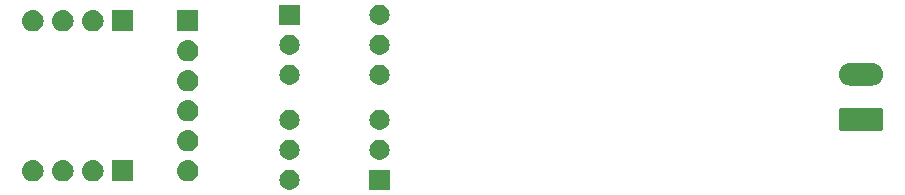
<source format=gbr>
G04 #@! TF.GenerationSoftware,KiCad,Pcbnew,5.1.4-e60b266~84~ubuntu18.04.1*
G04 #@! TF.CreationDate,2019-08-12T17:35:48+02:00*
G04 #@! TF.ProjectId,ebuzzz-adapter,6562757a-7a7a-42d6-9164-61707465722e,rev?*
G04 #@! TF.SameCoordinates,Original*
G04 #@! TF.FileFunction,Soldermask,Bot*
G04 #@! TF.FilePolarity,Negative*
%FSLAX46Y46*%
G04 Gerber Fmt 4.6, Leading zero omitted, Abs format (unit mm)*
G04 Created by KiCad (PCBNEW 5.1.4-e60b266~84~ubuntu18.04.1) date 2019-08-12 17:35:48*
%MOMM*%
%LPD*%
G04 APERTURE LIST*
%ADD10C,0.100000*%
G04 APERTURE END LIST*
D10*
G36*
X126581000Y-86957000D02*
G01*
X124879000Y-86957000D01*
X124879000Y-85255000D01*
X126581000Y-85255000D01*
X126581000Y-86957000D01*
X126581000Y-86957000D01*
G37*
G36*
X118276823Y-85267313D02*
G01*
X118437242Y-85315976D01*
X118569906Y-85386886D01*
X118585078Y-85394996D01*
X118714659Y-85501341D01*
X118821004Y-85630922D01*
X118821005Y-85630924D01*
X118900024Y-85778758D01*
X118948687Y-85939177D01*
X118965117Y-86106000D01*
X118948687Y-86272823D01*
X118900024Y-86433242D01*
X118829114Y-86565906D01*
X118821004Y-86581078D01*
X118714659Y-86710659D01*
X118585078Y-86817004D01*
X118585076Y-86817005D01*
X118437242Y-86896024D01*
X118276823Y-86944687D01*
X118151804Y-86957000D01*
X118068196Y-86957000D01*
X117943177Y-86944687D01*
X117782758Y-86896024D01*
X117634924Y-86817005D01*
X117634922Y-86817004D01*
X117505341Y-86710659D01*
X117398996Y-86581078D01*
X117390886Y-86565906D01*
X117319976Y-86433242D01*
X117271313Y-86272823D01*
X117254883Y-86106000D01*
X117271313Y-85939177D01*
X117319976Y-85778758D01*
X117398995Y-85630924D01*
X117398996Y-85630922D01*
X117505341Y-85501341D01*
X117634922Y-85394996D01*
X117650094Y-85386886D01*
X117782758Y-85315976D01*
X117943177Y-85267313D01*
X118068196Y-85255000D01*
X118151804Y-85255000D01*
X118276823Y-85267313D01*
X118276823Y-85267313D01*
G37*
G36*
X101570442Y-84449518D02*
G01*
X101636627Y-84456037D01*
X101806466Y-84507557D01*
X101962991Y-84591222D01*
X101998729Y-84620552D01*
X102100186Y-84703814D01*
X102183448Y-84805271D01*
X102212778Y-84841009D01*
X102296443Y-84997534D01*
X102347963Y-85167373D01*
X102365359Y-85344000D01*
X102347963Y-85520627D01*
X102296443Y-85690466D01*
X102212778Y-85846991D01*
X102183448Y-85882729D01*
X102100186Y-85984186D01*
X101998729Y-86067448D01*
X101962991Y-86096778D01*
X101806466Y-86180443D01*
X101636627Y-86231963D01*
X101570442Y-86238482D01*
X101504260Y-86245000D01*
X101415740Y-86245000D01*
X101349558Y-86238482D01*
X101283373Y-86231963D01*
X101113534Y-86180443D01*
X100957009Y-86096778D01*
X100921271Y-86067448D01*
X100819814Y-85984186D01*
X100736552Y-85882729D01*
X100707222Y-85846991D01*
X100623557Y-85690466D01*
X100572037Y-85520627D01*
X100554641Y-85344000D01*
X100572037Y-85167373D01*
X100623557Y-84997534D01*
X100707222Y-84841009D01*
X100736552Y-84805271D01*
X100819814Y-84703814D01*
X100921271Y-84620552D01*
X100957009Y-84591222D01*
X101113534Y-84507557D01*
X101283373Y-84456037D01*
X101349558Y-84449518D01*
X101415740Y-84443000D01*
X101504260Y-84443000D01*
X101570442Y-84449518D01*
X101570442Y-84449518D01*
G37*
G36*
X109610442Y-84449518D02*
G01*
X109676627Y-84456037D01*
X109846466Y-84507557D01*
X110002991Y-84591222D01*
X110038729Y-84620552D01*
X110140186Y-84703814D01*
X110223448Y-84805271D01*
X110252778Y-84841009D01*
X110336443Y-84997534D01*
X110387963Y-85167373D01*
X110405359Y-85344000D01*
X110387963Y-85520627D01*
X110336443Y-85690466D01*
X110252778Y-85846991D01*
X110223448Y-85882729D01*
X110140186Y-85984186D01*
X110038729Y-86067448D01*
X110002991Y-86096778D01*
X109846466Y-86180443D01*
X109676627Y-86231963D01*
X109610442Y-86238482D01*
X109544260Y-86245000D01*
X109455740Y-86245000D01*
X109389558Y-86238482D01*
X109323373Y-86231963D01*
X109153534Y-86180443D01*
X108997009Y-86096778D01*
X108961271Y-86067448D01*
X108859814Y-85984186D01*
X108776552Y-85882729D01*
X108747222Y-85846991D01*
X108663557Y-85690466D01*
X108612037Y-85520627D01*
X108594641Y-85344000D01*
X108612037Y-85167373D01*
X108663557Y-84997534D01*
X108747222Y-84841009D01*
X108776552Y-84805271D01*
X108859814Y-84703814D01*
X108961271Y-84620552D01*
X108997009Y-84591222D01*
X109153534Y-84507557D01*
X109323373Y-84456037D01*
X109389558Y-84449518D01*
X109455740Y-84443000D01*
X109544260Y-84443000D01*
X109610442Y-84449518D01*
X109610442Y-84449518D01*
G37*
G36*
X104901000Y-86245000D02*
G01*
X103099000Y-86245000D01*
X103099000Y-84443000D01*
X104901000Y-84443000D01*
X104901000Y-86245000D01*
X104901000Y-86245000D01*
G37*
G36*
X99030442Y-84449518D02*
G01*
X99096627Y-84456037D01*
X99266466Y-84507557D01*
X99422991Y-84591222D01*
X99458729Y-84620552D01*
X99560186Y-84703814D01*
X99643448Y-84805271D01*
X99672778Y-84841009D01*
X99756443Y-84997534D01*
X99807963Y-85167373D01*
X99825359Y-85344000D01*
X99807963Y-85520627D01*
X99756443Y-85690466D01*
X99672778Y-85846991D01*
X99643448Y-85882729D01*
X99560186Y-85984186D01*
X99458729Y-86067448D01*
X99422991Y-86096778D01*
X99266466Y-86180443D01*
X99096627Y-86231963D01*
X99030442Y-86238482D01*
X98964260Y-86245000D01*
X98875740Y-86245000D01*
X98809558Y-86238482D01*
X98743373Y-86231963D01*
X98573534Y-86180443D01*
X98417009Y-86096778D01*
X98381271Y-86067448D01*
X98279814Y-85984186D01*
X98196552Y-85882729D01*
X98167222Y-85846991D01*
X98083557Y-85690466D01*
X98032037Y-85520627D01*
X98014641Y-85344000D01*
X98032037Y-85167373D01*
X98083557Y-84997534D01*
X98167222Y-84841009D01*
X98196552Y-84805271D01*
X98279814Y-84703814D01*
X98381271Y-84620552D01*
X98417009Y-84591222D01*
X98573534Y-84507557D01*
X98743373Y-84456037D01*
X98809558Y-84449518D01*
X98875740Y-84443000D01*
X98964260Y-84443000D01*
X99030442Y-84449518D01*
X99030442Y-84449518D01*
G37*
G36*
X96490442Y-84449518D02*
G01*
X96556627Y-84456037D01*
X96726466Y-84507557D01*
X96882991Y-84591222D01*
X96918729Y-84620552D01*
X97020186Y-84703814D01*
X97103448Y-84805271D01*
X97132778Y-84841009D01*
X97216443Y-84997534D01*
X97267963Y-85167373D01*
X97285359Y-85344000D01*
X97267963Y-85520627D01*
X97216443Y-85690466D01*
X97132778Y-85846991D01*
X97103448Y-85882729D01*
X97020186Y-85984186D01*
X96918729Y-86067448D01*
X96882991Y-86096778D01*
X96726466Y-86180443D01*
X96556627Y-86231963D01*
X96490442Y-86238482D01*
X96424260Y-86245000D01*
X96335740Y-86245000D01*
X96269558Y-86238482D01*
X96203373Y-86231963D01*
X96033534Y-86180443D01*
X95877009Y-86096778D01*
X95841271Y-86067448D01*
X95739814Y-85984186D01*
X95656552Y-85882729D01*
X95627222Y-85846991D01*
X95543557Y-85690466D01*
X95492037Y-85520627D01*
X95474641Y-85344000D01*
X95492037Y-85167373D01*
X95543557Y-84997534D01*
X95627222Y-84841009D01*
X95656552Y-84805271D01*
X95739814Y-84703814D01*
X95841271Y-84620552D01*
X95877009Y-84591222D01*
X96033534Y-84507557D01*
X96203373Y-84456037D01*
X96269558Y-84449518D01*
X96335740Y-84443000D01*
X96424260Y-84443000D01*
X96490442Y-84449518D01*
X96490442Y-84449518D01*
G37*
G36*
X125896823Y-82727313D02*
G01*
X126057242Y-82775976D01*
X126189906Y-82846886D01*
X126205078Y-82854996D01*
X126334659Y-82961341D01*
X126441004Y-83090922D01*
X126441005Y-83090924D01*
X126520024Y-83238758D01*
X126568687Y-83399177D01*
X126585117Y-83566000D01*
X126568687Y-83732823D01*
X126520024Y-83893242D01*
X126449114Y-84025906D01*
X126441004Y-84041078D01*
X126334659Y-84170659D01*
X126205078Y-84277004D01*
X126205076Y-84277005D01*
X126057242Y-84356024D01*
X125896823Y-84404687D01*
X125771804Y-84417000D01*
X125688196Y-84417000D01*
X125563177Y-84404687D01*
X125402758Y-84356024D01*
X125254924Y-84277005D01*
X125254922Y-84277004D01*
X125125341Y-84170659D01*
X125018996Y-84041078D01*
X125010886Y-84025906D01*
X124939976Y-83893242D01*
X124891313Y-83732823D01*
X124874883Y-83566000D01*
X124891313Y-83399177D01*
X124939976Y-83238758D01*
X125018995Y-83090924D01*
X125018996Y-83090922D01*
X125125341Y-82961341D01*
X125254922Y-82854996D01*
X125270094Y-82846886D01*
X125402758Y-82775976D01*
X125563177Y-82727313D01*
X125688196Y-82715000D01*
X125771804Y-82715000D01*
X125896823Y-82727313D01*
X125896823Y-82727313D01*
G37*
G36*
X118276823Y-82727313D02*
G01*
X118437242Y-82775976D01*
X118569906Y-82846886D01*
X118585078Y-82854996D01*
X118714659Y-82961341D01*
X118821004Y-83090922D01*
X118821005Y-83090924D01*
X118900024Y-83238758D01*
X118948687Y-83399177D01*
X118965117Y-83566000D01*
X118948687Y-83732823D01*
X118900024Y-83893242D01*
X118829114Y-84025906D01*
X118821004Y-84041078D01*
X118714659Y-84170659D01*
X118585078Y-84277004D01*
X118585076Y-84277005D01*
X118437242Y-84356024D01*
X118276823Y-84404687D01*
X118151804Y-84417000D01*
X118068196Y-84417000D01*
X117943177Y-84404687D01*
X117782758Y-84356024D01*
X117634924Y-84277005D01*
X117634922Y-84277004D01*
X117505341Y-84170659D01*
X117398996Y-84041078D01*
X117390886Y-84025906D01*
X117319976Y-83893242D01*
X117271313Y-83732823D01*
X117254883Y-83566000D01*
X117271313Y-83399177D01*
X117319976Y-83238758D01*
X117398995Y-83090924D01*
X117398996Y-83090922D01*
X117505341Y-82961341D01*
X117634922Y-82854996D01*
X117650094Y-82846886D01*
X117782758Y-82775976D01*
X117943177Y-82727313D01*
X118068196Y-82715000D01*
X118151804Y-82715000D01*
X118276823Y-82727313D01*
X118276823Y-82727313D01*
G37*
G36*
X109610442Y-81909518D02*
G01*
X109676627Y-81916037D01*
X109846466Y-81967557D01*
X110002991Y-82051222D01*
X110038729Y-82080552D01*
X110140186Y-82163814D01*
X110223448Y-82265271D01*
X110252778Y-82301009D01*
X110336443Y-82457534D01*
X110387963Y-82627373D01*
X110405359Y-82804000D01*
X110387963Y-82980627D01*
X110336443Y-83150466D01*
X110252778Y-83306991D01*
X110223448Y-83342729D01*
X110140186Y-83444186D01*
X110038729Y-83527448D01*
X110002991Y-83556778D01*
X109846466Y-83640443D01*
X109676627Y-83691963D01*
X109610442Y-83698482D01*
X109544260Y-83705000D01*
X109455740Y-83705000D01*
X109389558Y-83698482D01*
X109323373Y-83691963D01*
X109153534Y-83640443D01*
X108997009Y-83556778D01*
X108961271Y-83527448D01*
X108859814Y-83444186D01*
X108776552Y-83342729D01*
X108747222Y-83306991D01*
X108663557Y-83150466D01*
X108612037Y-82980627D01*
X108594641Y-82804000D01*
X108612037Y-82627373D01*
X108663557Y-82457534D01*
X108747222Y-82301009D01*
X108776552Y-82265271D01*
X108859814Y-82163814D01*
X108961271Y-82080552D01*
X108997009Y-82051222D01*
X109153534Y-81967557D01*
X109323373Y-81916037D01*
X109389558Y-81909518D01*
X109455740Y-81903000D01*
X109544260Y-81903000D01*
X109610442Y-81909518D01*
X109610442Y-81909518D01*
G37*
G36*
X168210915Y-80052934D02*
G01*
X168243424Y-80062795D01*
X168273382Y-80078809D01*
X168299641Y-80100359D01*
X168321191Y-80126618D01*
X168337205Y-80156576D01*
X168347066Y-80189085D01*
X168351000Y-80229029D01*
X168351000Y-81770971D01*
X168347066Y-81810915D01*
X168337205Y-81843424D01*
X168321191Y-81873382D01*
X168299641Y-81899641D01*
X168273382Y-81921191D01*
X168243424Y-81937205D01*
X168210915Y-81947066D01*
X168170971Y-81951000D01*
X164829029Y-81951000D01*
X164789085Y-81947066D01*
X164756576Y-81937205D01*
X164726618Y-81921191D01*
X164700359Y-81899641D01*
X164678809Y-81873382D01*
X164662795Y-81843424D01*
X164652934Y-81810915D01*
X164649000Y-81770971D01*
X164649000Y-80229029D01*
X164652934Y-80189085D01*
X164662795Y-80156576D01*
X164678809Y-80126618D01*
X164700359Y-80100359D01*
X164726618Y-80078809D01*
X164756576Y-80062795D01*
X164789085Y-80052934D01*
X164829029Y-80049000D01*
X168170971Y-80049000D01*
X168210915Y-80052934D01*
X168210915Y-80052934D01*
G37*
G36*
X118276823Y-80187313D02*
G01*
X118437242Y-80235976D01*
X118569906Y-80306886D01*
X118585078Y-80314996D01*
X118714659Y-80421341D01*
X118821004Y-80550922D01*
X118821005Y-80550924D01*
X118900024Y-80698758D01*
X118948687Y-80859177D01*
X118965117Y-81026000D01*
X118948687Y-81192823D01*
X118900024Y-81353242D01*
X118829114Y-81485906D01*
X118821004Y-81501078D01*
X118714659Y-81630659D01*
X118585078Y-81737004D01*
X118585076Y-81737005D01*
X118437242Y-81816024D01*
X118276823Y-81864687D01*
X118151804Y-81877000D01*
X118068196Y-81877000D01*
X117943177Y-81864687D01*
X117782758Y-81816024D01*
X117634924Y-81737005D01*
X117634922Y-81737004D01*
X117505341Y-81630659D01*
X117398996Y-81501078D01*
X117390886Y-81485906D01*
X117319976Y-81353242D01*
X117271313Y-81192823D01*
X117254883Y-81026000D01*
X117271313Y-80859177D01*
X117319976Y-80698758D01*
X117398995Y-80550924D01*
X117398996Y-80550922D01*
X117505341Y-80421341D01*
X117634922Y-80314996D01*
X117650094Y-80306886D01*
X117782758Y-80235976D01*
X117943177Y-80187313D01*
X118068196Y-80175000D01*
X118151804Y-80175000D01*
X118276823Y-80187313D01*
X118276823Y-80187313D01*
G37*
G36*
X125896823Y-80187313D02*
G01*
X126057242Y-80235976D01*
X126189906Y-80306886D01*
X126205078Y-80314996D01*
X126334659Y-80421341D01*
X126441004Y-80550922D01*
X126441005Y-80550924D01*
X126520024Y-80698758D01*
X126568687Y-80859177D01*
X126585117Y-81026000D01*
X126568687Y-81192823D01*
X126520024Y-81353242D01*
X126449114Y-81485906D01*
X126441004Y-81501078D01*
X126334659Y-81630659D01*
X126205078Y-81737004D01*
X126205076Y-81737005D01*
X126057242Y-81816024D01*
X125896823Y-81864687D01*
X125771804Y-81877000D01*
X125688196Y-81877000D01*
X125563177Y-81864687D01*
X125402758Y-81816024D01*
X125254924Y-81737005D01*
X125254922Y-81737004D01*
X125125341Y-81630659D01*
X125018996Y-81501078D01*
X125010886Y-81485906D01*
X124939976Y-81353242D01*
X124891313Y-81192823D01*
X124874883Y-81026000D01*
X124891313Y-80859177D01*
X124939976Y-80698758D01*
X125018995Y-80550924D01*
X125018996Y-80550922D01*
X125125341Y-80421341D01*
X125254922Y-80314996D01*
X125270094Y-80306886D01*
X125402758Y-80235976D01*
X125563177Y-80187313D01*
X125688196Y-80175000D01*
X125771804Y-80175000D01*
X125896823Y-80187313D01*
X125896823Y-80187313D01*
G37*
G36*
X109610442Y-79369518D02*
G01*
X109676627Y-79376037D01*
X109846466Y-79427557D01*
X110002991Y-79511222D01*
X110038729Y-79540552D01*
X110140186Y-79623814D01*
X110223448Y-79725271D01*
X110252778Y-79761009D01*
X110336443Y-79917534D01*
X110387963Y-80087373D01*
X110405359Y-80264000D01*
X110387963Y-80440627D01*
X110336443Y-80610466D01*
X110252778Y-80766991D01*
X110223448Y-80802729D01*
X110140186Y-80904186D01*
X110038729Y-80987448D01*
X110002991Y-81016778D01*
X109846466Y-81100443D01*
X109676627Y-81151963D01*
X109610443Y-81158481D01*
X109544260Y-81165000D01*
X109455740Y-81165000D01*
X109389557Y-81158481D01*
X109323373Y-81151963D01*
X109153534Y-81100443D01*
X108997009Y-81016778D01*
X108961271Y-80987448D01*
X108859814Y-80904186D01*
X108776552Y-80802729D01*
X108747222Y-80766991D01*
X108663557Y-80610466D01*
X108612037Y-80440627D01*
X108594641Y-80264000D01*
X108612037Y-80087373D01*
X108663557Y-79917534D01*
X108747222Y-79761009D01*
X108776552Y-79725271D01*
X108859814Y-79623814D01*
X108961271Y-79540552D01*
X108997009Y-79511222D01*
X109153534Y-79427557D01*
X109323373Y-79376037D01*
X109389558Y-79369518D01*
X109455740Y-79363000D01*
X109544260Y-79363000D01*
X109610442Y-79369518D01*
X109610442Y-79369518D01*
G37*
G36*
X109610443Y-76829519D02*
G01*
X109676627Y-76836037D01*
X109846466Y-76887557D01*
X110002991Y-76971222D01*
X110038729Y-77000552D01*
X110140186Y-77083814D01*
X110223448Y-77185271D01*
X110252778Y-77221009D01*
X110336443Y-77377534D01*
X110387963Y-77547373D01*
X110405359Y-77724000D01*
X110387963Y-77900627D01*
X110341229Y-78054687D01*
X110336442Y-78070468D01*
X110335163Y-78072860D01*
X110252778Y-78226991D01*
X110223448Y-78262729D01*
X110140186Y-78364186D01*
X110038729Y-78447448D01*
X110002991Y-78476778D01*
X109846466Y-78560443D01*
X109676627Y-78611963D01*
X109610442Y-78618482D01*
X109544260Y-78625000D01*
X109455740Y-78625000D01*
X109389558Y-78618482D01*
X109323373Y-78611963D01*
X109153534Y-78560443D01*
X108997009Y-78476778D01*
X108961271Y-78447448D01*
X108859814Y-78364186D01*
X108776552Y-78262729D01*
X108747222Y-78226991D01*
X108664837Y-78072860D01*
X108663558Y-78070468D01*
X108658771Y-78054687D01*
X108612037Y-77900627D01*
X108594641Y-77724000D01*
X108612037Y-77547373D01*
X108663557Y-77377534D01*
X108747222Y-77221009D01*
X108776552Y-77185271D01*
X108859814Y-77083814D01*
X108961271Y-77000552D01*
X108997009Y-76971222D01*
X109153534Y-76887557D01*
X109323373Y-76836037D01*
X109389557Y-76829519D01*
X109455740Y-76823000D01*
X109544260Y-76823000D01*
X109610443Y-76829519D01*
X109610443Y-76829519D01*
G37*
G36*
X167586425Y-76252760D02*
G01*
X167586428Y-76252761D01*
X167586429Y-76252761D01*
X167765693Y-76307140D01*
X167765696Y-76307142D01*
X167765697Y-76307142D01*
X167930903Y-76395446D01*
X168075712Y-76514288D01*
X168194554Y-76659097D01*
X168282858Y-76824303D01*
X168282860Y-76824307D01*
X168327426Y-76971222D01*
X168337240Y-77003575D01*
X168355601Y-77190000D01*
X168337240Y-77376425D01*
X168337239Y-77376428D01*
X168337239Y-77376429D01*
X168282860Y-77555693D01*
X168282858Y-77555696D01*
X168282858Y-77555697D01*
X168194554Y-77720903D01*
X168075712Y-77865712D01*
X167930903Y-77984554D01*
X167770172Y-78070466D01*
X167765693Y-78072860D01*
X167586429Y-78127239D01*
X167586428Y-78127239D01*
X167586425Y-78127240D01*
X167446718Y-78141000D01*
X165553282Y-78141000D01*
X165413575Y-78127240D01*
X165413572Y-78127239D01*
X165413571Y-78127239D01*
X165234307Y-78072860D01*
X165229828Y-78070466D01*
X165069097Y-77984554D01*
X164924288Y-77865712D01*
X164805446Y-77720903D01*
X164717142Y-77555697D01*
X164717142Y-77555696D01*
X164717140Y-77555693D01*
X164662761Y-77376429D01*
X164662761Y-77376428D01*
X164662760Y-77376425D01*
X164644399Y-77190000D01*
X164662760Y-77003575D01*
X164672574Y-76971222D01*
X164717140Y-76824307D01*
X164717142Y-76824303D01*
X164805446Y-76659097D01*
X164924288Y-76514288D01*
X165069097Y-76395446D01*
X165234303Y-76307142D01*
X165234304Y-76307142D01*
X165234307Y-76307140D01*
X165413571Y-76252761D01*
X165413572Y-76252761D01*
X165413575Y-76252760D01*
X165553282Y-76239000D01*
X167446718Y-76239000D01*
X167586425Y-76252760D01*
X167586425Y-76252760D01*
G37*
G36*
X125896823Y-76377313D02*
G01*
X126057242Y-76425976D01*
X126189906Y-76496886D01*
X126205078Y-76504996D01*
X126334659Y-76611341D01*
X126441004Y-76740922D01*
X126441005Y-76740924D01*
X126520024Y-76888758D01*
X126568687Y-77049177D01*
X126585117Y-77216000D01*
X126568687Y-77382823D01*
X126520024Y-77543242D01*
X126449114Y-77675906D01*
X126441004Y-77691078D01*
X126334659Y-77820659D01*
X126205078Y-77927004D01*
X126205076Y-77927005D01*
X126057242Y-78006024D01*
X125896823Y-78054687D01*
X125771804Y-78067000D01*
X125688196Y-78067000D01*
X125563177Y-78054687D01*
X125402758Y-78006024D01*
X125254924Y-77927005D01*
X125254922Y-77927004D01*
X125125341Y-77820659D01*
X125018996Y-77691078D01*
X125010886Y-77675906D01*
X124939976Y-77543242D01*
X124891313Y-77382823D01*
X124874883Y-77216000D01*
X124891313Y-77049177D01*
X124939976Y-76888758D01*
X125018995Y-76740924D01*
X125018996Y-76740922D01*
X125125341Y-76611341D01*
X125254922Y-76504996D01*
X125270094Y-76496886D01*
X125402758Y-76425976D01*
X125563177Y-76377313D01*
X125688196Y-76365000D01*
X125771804Y-76365000D01*
X125896823Y-76377313D01*
X125896823Y-76377313D01*
G37*
G36*
X118276823Y-76377313D02*
G01*
X118437242Y-76425976D01*
X118569906Y-76496886D01*
X118585078Y-76504996D01*
X118714659Y-76611341D01*
X118821004Y-76740922D01*
X118821005Y-76740924D01*
X118900024Y-76888758D01*
X118948687Y-77049177D01*
X118965117Y-77216000D01*
X118948687Y-77382823D01*
X118900024Y-77543242D01*
X118829114Y-77675906D01*
X118821004Y-77691078D01*
X118714659Y-77820659D01*
X118585078Y-77927004D01*
X118585076Y-77927005D01*
X118437242Y-78006024D01*
X118276823Y-78054687D01*
X118151804Y-78067000D01*
X118068196Y-78067000D01*
X117943177Y-78054687D01*
X117782758Y-78006024D01*
X117634924Y-77927005D01*
X117634922Y-77927004D01*
X117505341Y-77820659D01*
X117398996Y-77691078D01*
X117390886Y-77675906D01*
X117319976Y-77543242D01*
X117271313Y-77382823D01*
X117254883Y-77216000D01*
X117271313Y-77049177D01*
X117319976Y-76888758D01*
X117398995Y-76740924D01*
X117398996Y-76740922D01*
X117505341Y-76611341D01*
X117634922Y-76504996D01*
X117650094Y-76496886D01*
X117782758Y-76425976D01*
X117943177Y-76377313D01*
X118068196Y-76365000D01*
X118151804Y-76365000D01*
X118276823Y-76377313D01*
X118276823Y-76377313D01*
G37*
G36*
X109610442Y-74289518D02*
G01*
X109676627Y-74296037D01*
X109846466Y-74347557D01*
X110002991Y-74431222D01*
X110038729Y-74460552D01*
X110140186Y-74543814D01*
X110223448Y-74645271D01*
X110252778Y-74681009D01*
X110336443Y-74837534D01*
X110387963Y-75007373D01*
X110405359Y-75184000D01*
X110387963Y-75360627D01*
X110336443Y-75530466D01*
X110252778Y-75686991D01*
X110223448Y-75722729D01*
X110140186Y-75824186D01*
X110038729Y-75907448D01*
X110002991Y-75936778D01*
X109846466Y-76020443D01*
X109676627Y-76071963D01*
X109610443Y-76078481D01*
X109544260Y-76085000D01*
X109455740Y-76085000D01*
X109389557Y-76078481D01*
X109323373Y-76071963D01*
X109153534Y-76020443D01*
X108997009Y-75936778D01*
X108961271Y-75907448D01*
X108859814Y-75824186D01*
X108776552Y-75722729D01*
X108747222Y-75686991D01*
X108663557Y-75530466D01*
X108612037Y-75360627D01*
X108594641Y-75184000D01*
X108612037Y-75007373D01*
X108663557Y-74837534D01*
X108747222Y-74681009D01*
X108776552Y-74645271D01*
X108859814Y-74543814D01*
X108961271Y-74460552D01*
X108997009Y-74431222D01*
X109153534Y-74347557D01*
X109323373Y-74296037D01*
X109389558Y-74289518D01*
X109455740Y-74283000D01*
X109544260Y-74283000D01*
X109610442Y-74289518D01*
X109610442Y-74289518D01*
G37*
G36*
X125896823Y-73837313D02*
G01*
X126057242Y-73885976D01*
X126189906Y-73956886D01*
X126205078Y-73964996D01*
X126334659Y-74071341D01*
X126441004Y-74200922D01*
X126441005Y-74200924D01*
X126520024Y-74348758D01*
X126568687Y-74509177D01*
X126585117Y-74676000D01*
X126568687Y-74842823D01*
X126520024Y-75003242D01*
X126449114Y-75135906D01*
X126441004Y-75151078D01*
X126334659Y-75280659D01*
X126205078Y-75387004D01*
X126205076Y-75387005D01*
X126057242Y-75466024D01*
X125896823Y-75514687D01*
X125771804Y-75527000D01*
X125688196Y-75527000D01*
X125563177Y-75514687D01*
X125402758Y-75466024D01*
X125254924Y-75387005D01*
X125254922Y-75387004D01*
X125125341Y-75280659D01*
X125018996Y-75151078D01*
X125010886Y-75135906D01*
X124939976Y-75003242D01*
X124891313Y-74842823D01*
X124874883Y-74676000D01*
X124891313Y-74509177D01*
X124939976Y-74348758D01*
X125018995Y-74200924D01*
X125018996Y-74200922D01*
X125125341Y-74071341D01*
X125254922Y-73964996D01*
X125270094Y-73956886D01*
X125402758Y-73885976D01*
X125563177Y-73837313D01*
X125688196Y-73825000D01*
X125771804Y-73825000D01*
X125896823Y-73837313D01*
X125896823Y-73837313D01*
G37*
G36*
X118276823Y-73837313D02*
G01*
X118437242Y-73885976D01*
X118569906Y-73956886D01*
X118585078Y-73964996D01*
X118714659Y-74071341D01*
X118821004Y-74200922D01*
X118821005Y-74200924D01*
X118900024Y-74348758D01*
X118948687Y-74509177D01*
X118965117Y-74676000D01*
X118948687Y-74842823D01*
X118900024Y-75003242D01*
X118829114Y-75135906D01*
X118821004Y-75151078D01*
X118714659Y-75280659D01*
X118585078Y-75387004D01*
X118585076Y-75387005D01*
X118437242Y-75466024D01*
X118276823Y-75514687D01*
X118151804Y-75527000D01*
X118068196Y-75527000D01*
X117943177Y-75514687D01*
X117782758Y-75466024D01*
X117634924Y-75387005D01*
X117634922Y-75387004D01*
X117505341Y-75280659D01*
X117398996Y-75151078D01*
X117390886Y-75135906D01*
X117319976Y-75003242D01*
X117271313Y-74842823D01*
X117254883Y-74676000D01*
X117271313Y-74509177D01*
X117319976Y-74348758D01*
X117398995Y-74200924D01*
X117398996Y-74200922D01*
X117505341Y-74071341D01*
X117634922Y-73964996D01*
X117650094Y-73956886D01*
X117782758Y-73885976D01*
X117943177Y-73837313D01*
X118068196Y-73825000D01*
X118151804Y-73825000D01*
X118276823Y-73837313D01*
X118276823Y-73837313D01*
G37*
G36*
X96490442Y-71749518D02*
G01*
X96556627Y-71756037D01*
X96726466Y-71807557D01*
X96882991Y-71891222D01*
X96918729Y-71920552D01*
X97020186Y-72003814D01*
X97103448Y-72105271D01*
X97132778Y-72141009D01*
X97216443Y-72297534D01*
X97267963Y-72467373D01*
X97285359Y-72644000D01*
X97267963Y-72820627D01*
X97216443Y-72990466D01*
X97132778Y-73146991D01*
X97103448Y-73182729D01*
X97020186Y-73284186D01*
X96918729Y-73367448D01*
X96882991Y-73396778D01*
X96726466Y-73480443D01*
X96556627Y-73531963D01*
X96490442Y-73538482D01*
X96424260Y-73545000D01*
X96335740Y-73545000D01*
X96269558Y-73538482D01*
X96203373Y-73531963D01*
X96033534Y-73480443D01*
X95877009Y-73396778D01*
X95841271Y-73367448D01*
X95739814Y-73284186D01*
X95656552Y-73182729D01*
X95627222Y-73146991D01*
X95543557Y-72990466D01*
X95492037Y-72820627D01*
X95474641Y-72644000D01*
X95492037Y-72467373D01*
X95543557Y-72297534D01*
X95627222Y-72141009D01*
X95656552Y-72105271D01*
X95739814Y-72003814D01*
X95841271Y-71920552D01*
X95877009Y-71891222D01*
X96033534Y-71807557D01*
X96203373Y-71756037D01*
X96269558Y-71749518D01*
X96335740Y-71743000D01*
X96424260Y-71743000D01*
X96490442Y-71749518D01*
X96490442Y-71749518D01*
G37*
G36*
X110401000Y-73545000D02*
G01*
X108599000Y-73545000D01*
X108599000Y-71743000D01*
X110401000Y-71743000D01*
X110401000Y-73545000D01*
X110401000Y-73545000D01*
G37*
G36*
X99030442Y-71749518D02*
G01*
X99096627Y-71756037D01*
X99266466Y-71807557D01*
X99422991Y-71891222D01*
X99458729Y-71920552D01*
X99560186Y-72003814D01*
X99643448Y-72105271D01*
X99672778Y-72141009D01*
X99756443Y-72297534D01*
X99807963Y-72467373D01*
X99825359Y-72644000D01*
X99807963Y-72820627D01*
X99756443Y-72990466D01*
X99672778Y-73146991D01*
X99643448Y-73182729D01*
X99560186Y-73284186D01*
X99458729Y-73367448D01*
X99422991Y-73396778D01*
X99266466Y-73480443D01*
X99096627Y-73531963D01*
X99030442Y-73538482D01*
X98964260Y-73545000D01*
X98875740Y-73545000D01*
X98809558Y-73538482D01*
X98743373Y-73531963D01*
X98573534Y-73480443D01*
X98417009Y-73396778D01*
X98381271Y-73367448D01*
X98279814Y-73284186D01*
X98196552Y-73182729D01*
X98167222Y-73146991D01*
X98083557Y-72990466D01*
X98032037Y-72820627D01*
X98014641Y-72644000D01*
X98032037Y-72467373D01*
X98083557Y-72297534D01*
X98167222Y-72141009D01*
X98196552Y-72105271D01*
X98279814Y-72003814D01*
X98381271Y-71920552D01*
X98417009Y-71891222D01*
X98573534Y-71807557D01*
X98743373Y-71756037D01*
X98809558Y-71749518D01*
X98875740Y-71743000D01*
X98964260Y-71743000D01*
X99030442Y-71749518D01*
X99030442Y-71749518D01*
G37*
G36*
X101570442Y-71749518D02*
G01*
X101636627Y-71756037D01*
X101806466Y-71807557D01*
X101962991Y-71891222D01*
X101998729Y-71920552D01*
X102100186Y-72003814D01*
X102183448Y-72105271D01*
X102212778Y-72141009D01*
X102296443Y-72297534D01*
X102347963Y-72467373D01*
X102365359Y-72644000D01*
X102347963Y-72820627D01*
X102296443Y-72990466D01*
X102212778Y-73146991D01*
X102183448Y-73182729D01*
X102100186Y-73284186D01*
X101998729Y-73367448D01*
X101962991Y-73396778D01*
X101806466Y-73480443D01*
X101636627Y-73531963D01*
X101570442Y-73538482D01*
X101504260Y-73545000D01*
X101415740Y-73545000D01*
X101349558Y-73538482D01*
X101283373Y-73531963D01*
X101113534Y-73480443D01*
X100957009Y-73396778D01*
X100921271Y-73367448D01*
X100819814Y-73284186D01*
X100736552Y-73182729D01*
X100707222Y-73146991D01*
X100623557Y-72990466D01*
X100572037Y-72820627D01*
X100554641Y-72644000D01*
X100572037Y-72467373D01*
X100623557Y-72297534D01*
X100707222Y-72141009D01*
X100736552Y-72105271D01*
X100819814Y-72003814D01*
X100921271Y-71920552D01*
X100957009Y-71891222D01*
X101113534Y-71807557D01*
X101283373Y-71756037D01*
X101349558Y-71749518D01*
X101415740Y-71743000D01*
X101504260Y-71743000D01*
X101570442Y-71749518D01*
X101570442Y-71749518D01*
G37*
G36*
X104901000Y-73545000D02*
G01*
X103099000Y-73545000D01*
X103099000Y-71743000D01*
X104901000Y-71743000D01*
X104901000Y-73545000D01*
X104901000Y-73545000D01*
G37*
G36*
X118961000Y-72987000D02*
G01*
X117259000Y-72987000D01*
X117259000Y-71285000D01*
X118961000Y-71285000D01*
X118961000Y-72987000D01*
X118961000Y-72987000D01*
G37*
G36*
X125896823Y-71297313D02*
G01*
X126057242Y-71345976D01*
X126189906Y-71416886D01*
X126205078Y-71424996D01*
X126334659Y-71531341D01*
X126441004Y-71660922D01*
X126441005Y-71660924D01*
X126520024Y-71808758D01*
X126568687Y-71969177D01*
X126585117Y-72136000D01*
X126568687Y-72302823D01*
X126520024Y-72463242D01*
X126449114Y-72595906D01*
X126441004Y-72611078D01*
X126334659Y-72740659D01*
X126205078Y-72847004D01*
X126205076Y-72847005D01*
X126057242Y-72926024D01*
X125896823Y-72974687D01*
X125771804Y-72987000D01*
X125688196Y-72987000D01*
X125563177Y-72974687D01*
X125402758Y-72926024D01*
X125254924Y-72847005D01*
X125254922Y-72847004D01*
X125125341Y-72740659D01*
X125018996Y-72611078D01*
X125010886Y-72595906D01*
X124939976Y-72463242D01*
X124891313Y-72302823D01*
X124874883Y-72136000D01*
X124891313Y-71969177D01*
X124939976Y-71808758D01*
X125018995Y-71660924D01*
X125018996Y-71660922D01*
X125125341Y-71531341D01*
X125254922Y-71424996D01*
X125270094Y-71416886D01*
X125402758Y-71345976D01*
X125563177Y-71297313D01*
X125688196Y-71285000D01*
X125771804Y-71285000D01*
X125896823Y-71297313D01*
X125896823Y-71297313D01*
G37*
M02*

</source>
